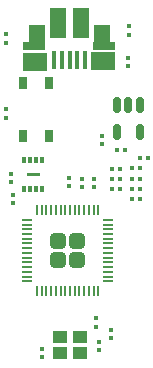
<source format=gbr>
%TF.GenerationSoftware,KiCad,Pcbnew,7.0.6*%
%TF.CreationDate,2023-08-11T11:38:20+07:00*%
%TF.ProjectId,Pico2040-Modular-Rev2,5069636f-3230-4343-902d-4d6f64756c61,rev?*%
%TF.SameCoordinates,Original*%
%TF.FileFunction,Paste,Top*%
%TF.FilePolarity,Positive*%
%FSLAX46Y46*%
G04 Gerber Fmt 4.6, Leading zero omitted, Abs format (unit mm)*
G04 Created by KiCad (PCBNEW 7.0.6) date 2023-08-11 11:38:20*
%MOMM*%
%LPD*%
G01*
G04 APERTURE LIST*
G04 Aperture macros list*
%AMRoundRect*
0 Rectangle with rounded corners*
0 $1 Rounding radius*
0 $2 $3 $4 $5 $6 $7 $8 $9 X,Y pos of 4 corners*
0 Add a 4 corners polygon primitive as box body*
4,1,4,$2,$3,$4,$5,$6,$7,$8,$9,$2,$3,0*
0 Add four circle primitives for the rounded corners*
1,1,$1+$1,$2,$3*
1,1,$1+$1,$4,$5*
1,1,$1+$1,$6,$7*
1,1,$1+$1,$8,$9*
0 Add four rect primitives between the rounded corners*
20,1,$1+$1,$2,$3,$4,$5,0*
20,1,$1+$1,$4,$5,$6,$7,0*
20,1,$1+$1,$6,$7,$8,$9,0*
20,1,$1+$1,$8,$9,$2,$3,0*%
G04 Aperture macros list end*
%ADD10C,0.010000*%
%ADD11RoundRect,0.079500X-0.079500X-0.100500X0.079500X-0.100500X0.079500X0.100500X-0.079500X0.100500X0*%
%ADD12R,0.400000X1.650000*%
%ADD13R,1.825000X0.700000*%
%ADD14R,2.000000X1.500000*%
%ADD15R,1.350000X2.000000*%
%ADD16R,1.430000X2.500000*%
%ADD17RoundRect,0.079500X-0.100500X0.079500X-0.100500X-0.079500X0.100500X-0.079500X0.100500X0.079500X0*%
%ADD18R,0.750000X1.000000*%
%ADD19RoundRect,0.150000X-0.150000X0.512500X-0.150000X-0.512500X0.150000X-0.512500X0.150000X0.512500X0*%
%ADD20RoundRect,0.249999X-0.395001X-0.395001X0.395001X-0.395001X0.395001X0.395001X-0.395001X0.395001X0*%
%ADD21RoundRect,0.050000X-0.387500X-0.050000X0.387500X-0.050000X0.387500X0.050000X-0.387500X0.050000X0*%
%ADD22RoundRect,0.050000X-0.050000X-0.387500X0.050000X-0.387500X0.050000X0.387500X-0.050000X0.387500X0*%
%ADD23RoundRect,0.079500X0.100500X-0.079500X0.100500X0.079500X-0.100500X0.079500X-0.100500X-0.079500X0*%
%ADD24R,1.150000X1.000000*%
%ADD25RoundRect,0.014000X0.161000X-0.231000X0.161000X0.231000X-0.161000X0.231000X-0.161000X-0.231000X0*%
G04 APERTURE END LIST*
%TO.C,U3*%
D10*
X87860000Y-54290000D02*
X86840000Y-54290000D01*
X86840000Y-54170000D01*
X87860000Y-54170000D01*
X87860000Y-54290000D01*
G36*
X87860000Y-54290000D02*
G01*
X86840000Y-54290000D01*
X86840000Y-54170000D01*
X87860000Y-54170000D01*
X87860000Y-54290000D01*
G37*
%TD*%
D11*
%TO.C,R3*%
X94415000Y-52150000D03*
X95105000Y-52150000D03*
%TD*%
D12*
%TO.C,J1*%
X91730000Y-44580000D03*
X91080000Y-44580000D03*
X90430000Y-44580000D03*
X89780000Y-44580000D03*
X89130000Y-44580000D03*
D13*
X93380000Y-43380000D03*
D14*
X93280000Y-44680000D03*
D15*
X93160000Y-42630000D03*
D16*
X91390000Y-41430000D03*
X89470000Y-41430000D03*
D15*
X87680000Y-42630000D03*
D14*
X87530000Y-44700000D03*
D13*
X87430000Y-43380000D03*
%TD*%
D17*
%TO.C,C3*%
X93950000Y-67450000D03*
X93950000Y-68140000D03*
%TD*%
D18*
%TO.C,S1*%
X88650000Y-51000000D03*
X88650000Y-46500000D03*
X86500000Y-51000000D03*
X86500000Y-46500000D03*
%TD*%
D19*
%TO.C,U2*%
X96350000Y-48375000D03*
X95400000Y-48375000D03*
X94450000Y-48375000D03*
X94450000Y-50650000D03*
X96350000Y-50650000D03*
%TD*%
D20*
%TO.C,U1*%
X89462500Y-59900000D03*
X89462500Y-61500000D03*
X91062500Y-59900000D03*
X91062500Y-61500000D03*
D21*
X86825000Y-58100000D03*
X86825000Y-58500000D03*
X86825000Y-58900000D03*
X86825000Y-59300000D03*
X86825000Y-59700000D03*
X86825000Y-60100000D03*
X86825000Y-60500000D03*
X86825000Y-60900000D03*
X86825000Y-61300000D03*
X86825000Y-61700000D03*
X86825000Y-62100000D03*
X86825000Y-62500000D03*
X86825000Y-62900000D03*
X86825000Y-63300000D03*
D22*
X87662500Y-64137500D03*
X88062500Y-64137500D03*
X88462500Y-64137500D03*
X88862500Y-64137500D03*
X89262500Y-64137500D03*
X89662500Y-64137500D03*
X90062500Y-64137500D03*
X90462500Y-64137500D03*
X90862500Y-64137500D03*
X91262500Y-64137500D03*
X91662500Y-64137500D03*
X92062500Y-64137500D03*
X92462500Y-64137500D03*
X92862500Y-64137500D03*
D21*
X93700000Y-63300000D03*
X93700000Y-62900000D03*
X93700000Y-62500000D03*
X93700000Y-62100000D03*
X93700000Y-61700000D03*
X93700000Y-61300000D03*
X93700000Y-60900000D03*
X93700000Y-60500000D03*
X93700000Y-60100000D03*
X93700000Y-59700000D03*
X93700000Y-59300000D03*
X93700000Y-58900000D03*
X93700000Y-58500000D03*
X93700000Y-58100000D03*
D22*
X92862500Y-57262500D03*
X92462500Y-57262500D03*
X92062500Y-57262500D03*
X91662500Y-57262500D03*
X91262500Y-57262500D03*
X90862500Y-57262500D03*
X90462500Y-57262500D03*
X90062500Y-57262500D03*
X89662500Y-57262500D03*
X89262500Y-57262500D03*
X88862500Y-57262500D03*
X88462500Y-57262500D03*
X88062500Y-57262500D03*
X87662500Y-57262500D03*
%TD*%
D23*
%TO.C,C1*%
X90400000Y-55265000D03*
X90400000Y-54575000D03*
%TD*%
D17*
%TO.C,R5*%
X85050000Y-48755000D03*
X85050000Y-49445000D03*
%TD*%
%TO.C,R1*%
X91475000Y-54605000D03*
X91475000Y-55295000D03*
%TD*%
D24*
%TO.C,Y1*%
X89600000Y-69400000D03*
X91350000Y-69400000D03*
X91350000Y-68000000D03*
X89600000Y-68000000D03*
%TD*%
D17*
%TO.C,C2*%
X92700000Y-66450000D03*
X92700000Y-67140000D03*
%TD*%
D11*
%TO.C,C10*%
X95685000Y-55450000D03*
X96375000Y-55450000D03*
%TD*%
%TO.C,C11*%
X95690000Y-56300000D03*
X96380000Y-56300000D03*
%TD*%
%TO.C,C9*%
X95685000Y-54600000D03*
X96375000Y-54600000D03*
%TD*%
D17*
%TO.C,R2*%
X92525000Y-54610000D03*
X92525000Y-55300000D03*
%TD*%
D11*
%TO.C,C6*%
X94035000Y-54600000D03*
X94725000Y-54600000D03*
%TD*%
D23*
%TO.C,C15*%
X88100000Y-69690000D03*
X88100000Y-69000000D03*
%TD*%
D11*
%TO.C,C5*%
X94035000Y-53775000D03*
X94725000Y-53775000D03*
%TD*%
%TO.C,C8*%
X95685000Y-53750000D03*
X96375000Y-53750000D03*
%TD*%
D17*
%TO.C,D2*%
X85025000Y-42397500D03*
X85025000Y-43087500D03*
%TD*%
D23*
%TO.C,C12*%
X95375000Y-45075000D03*
X95375000Y-44385000D03*
%TD*%
D17*
%TO.C,D1*%
X95475000Y-41722500D03*
X95475000Y-42412500D03*
%TD*%
D23*
%TO.C,R4*%
X93200000Y-51650000D03*
X93200000Y-50960000D03*
%TD*%
D17*
%TO.C,C14*%
X92950000Y-68405000D03*
X92950000Y-69095000D03*
%TD*%
D11*
%TO.C,C13*%
X96385000Y-52850000D03*
X97075000Y-52850000D03*
%TD*%
D17*
%TO.C,R6*%
X85450000Y-54205000D03*
X85450000Y-54895000D03*
%TD*%
D25*
%TO.C,U3*%
X86600000Y-55450000D03*
X87100000Y-55450000D03*
X87600000Y-55450000D03*
X88100000Y-55450000D03*
X88100000Y-53010000D03*
X87600000Y-53010000D03*
X87100000Y-53010000D03*
X86600000Y-53010000D03*
%TD*%
D11*
%TO.C,C7*%
X94035000Y-55450000D03*
X94725000Y-55450000D03*
%TD*%
D23*
%TO.C,C4*%
X85650000Y-56690000D03*
X85650000Y-56000000D03*
%TD*%
M02*

</source>
